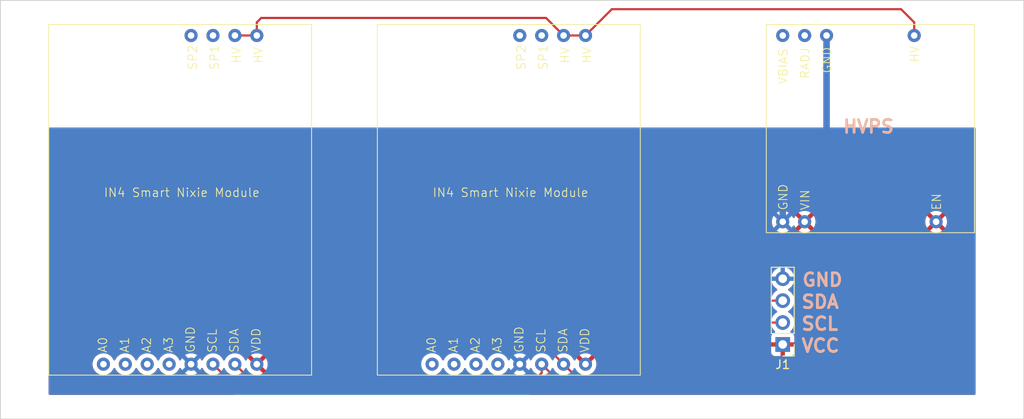
<source format=kicad_pcb>
(kicad_pcb (version 20221018) (generator pcbnew)
  (layers (0 "F.Cu" signal) (31 "B.Cu" signal) (34 "B.Paste" user) (35 "F.Paste" user) (36 "B.SilkS" user "B.Silkscreen") (37 "F.SilkS" user "F.Silkscreen") (38 "B.Mask" user) (39 "F.Mask" user) (44 "Edge.Cuts" user))
  (net 0 "")
  (net 5 "GND")
  (net 6 "/SCL")
  (net 7 "/SDA")
  (net 8 "VCC")
  (net 9 "/HV")
  (footprint "MountingHole:MountingHole_2.2mm_M2" (layer "F.Cu") (at 208.026 49.53)
    (fp_text reference "REF**" hide)
    (fp_text value "MountingHole_2.2mm_M2" hide)
    (pad "" np_thru_hole circle (at 0 0) (size 2.2 2.2) (drill 2.2) (layers "*.Cu" "*.Mask"))
  )
  (footprint "Smart Nixie Tube:1356ST" (layer "F.Cu") (at 113.03 69.85)
    (fp_text reference "ASSY1" hide)
    (fp_text value "~" hide)
    (fp_text user "A0" (at -8.382 17.78 90 unlocked) (layer "F.SilkS") (effects (font (thickness 0.1)) (justify left bottom)))
    (fp_text user "A2" (at -3.302 17.78 90 unlocked) (layer "F.SilkS") (effects (font (thickness 0.1)) (justify left bottom)))
    (fp_text user "GND" (at 1.778 17.78 90 unlocked) (layer "F.SilkS") (effects (font (thickness 0.1)) (justify left bottom)))
    (fp_text user "SCL" (at 4.318 17.78 90 unlocked) (layer "F.SilkS") (effects (font (thickness 0.1)) (justify left bottom)))
    (fp_text user "VDD" (at 9.398 17.78 90 unlocked) (layer "F.SilkS") (effects (font (thickness 0.1)) (justify left bottom)))
    (fp_text user "A3" (at -0.762 17.78 90 unlocked) (layer "F.SilkS") (effects (font (thickness 0.1)) (justify left bottom)))
    (fp_text user "A1" (at -5.842 17.78 90 unlocked) (layer "F.SilkS") (effects (font (thickness 0.1)) (justify left bottom)))
    (fp_text user "SP1" (at 4.572 -14.986 90 unlocked) (layer "F.SilkS") (effects (font (thickness 0.1)) (justify left bottom)))
    (fp_text user "HV" (at 7.112 -15.748 90 unlocked) (layer "F.SilkS") (effects (font (thickness 0.1)) (justify left bottom)))
    (fp_text user "SDA" (at 6.858 17.78 90 unlocked) (layer "F.SilkS") (effects (font (thickness 0.1)) (justify left bottom)))
    (fp_text user "HV" (at 9.652 -15.748 90 unlocked) (layer "F.SilkS") (effects (font (thickness 0.1)) (justify left bottom)))
    (fp_text user "IN4 Smart Nixie Module" (at -8.89 -0.254 unlocked) (layer "F.SilkS") (effects (font (thickness 0.1)) (justify left bottom)))
    (fp_text user "SP2" (at 2.032 -14.986 90 unlocked) (layer "F.SilkS") (effects (font (thickness 0.1)) (justify left bottom)))
    (fp_line (start -15.24 -20.32) (end 15.24 -20.32) (stroke (width 0.1)) (layer "F.SilkS"))
    (fp_line (start -15.24 20.32) (end -15.24 -20.32) (stroke (width 0.1)) (layer "F.SilkS"))
    (fp_line (start -8.89 20.32) (end -15.24 20.32) (stroke (width 0.1)) (layer "F.SilkS"))
    (fp_line (start -8.89 20.32) (end 8.89 20.32) (stroke (width 0.1)) (layer "F.SilkS"))
    (fp_line (start 8.89 20.32) (end 15.24 20.32) (stroke (width 0.1)) (layer "F.SilkS"))
    (fp_line (start 15.24 -20.32) (end 15.24 20.32) (stroke (width 0.1)) (layer "F.SilkS"))
    (pad "1" thru_hole circle (at -8.89 19.05) (size 1.524 1.524) (drill 0.762) (layers "*.Cu" "*.Mask"))
    (pad "2" thru_hole circle (at -6.35 19.05) (size 1.524 1.524) (drill 0.762) (layers "*.Cu" "*.Mask"))
    (pad "3" thru_hole circle (at -3.81 19.05) (size 1.524 1.524) (drill 0.762) (layers "*.Cu" "*.Mask"))
    (pad "4" thru_hole circle (at -1.27 19.05) (size 1.524 1.524) (drill 0.762) (layers "*.Cu" "*.Mask"))
    (pad "5" thru_hole circle (at 1.27 19.05) (size 1.524 1.524) (drill 0.762) (layers "*.Cu" "*.Mask") (net 5 "GND"))
    (pad "6" thru_hole circle (at 3.81 19.05) (size 1.524 1.524) (drill 0.762) (layers "*.Cu" "*.Mask") (net 6 "/SCL"))
    (pad "7" thru_hole circle (at 6.35 19.05) (size 1.524 1.524) (drill 0.762) (layers "*.Cu" "*.Mask") (net 7 "/SDA"))
    (pad "8" thru_hole circle (at 8.89 19.05) (size 1.524 1.524) (drill 0.762) (layers "*.Cu" "*.Mask") (net 8 "VCC"))
    (pad "9" thru_hole circle (at 8.89 -19.05) (size 1.524 1.524) (drill 0.762) (layers "*.Cu" "*.Mask") (net 9 "/HV"))
    (pad "10" thru_hole circle (at 6.35 -19.05) (size 1.524 1.524) (drill 0.762) (layers "*.Cu" "*.Mask") (net 9 "/HV"))
    (pad "11" thru_hole circle (at 3.81 -19.05) (size 1.524 1.524) (drill 0.762) (layers "*.Cu" "*.Mask"))
    (pad "12" thru_hole circle (at 1.27 -19.05) (size 1.524 1.524) (drill 0.762) (layers "*.Cu" "*.Mask"))
  )
  (footprint "Connector_PinHeader_2.54mm:PinHeader_1x04_P2.54mm_Vertical" (layer "F.Cu") (at 182.88 86.614 180)
    (fp_text reference "J1" (at 0 -2.33) (layer "F.SilkS"))
    (fp_text value "Conn_01x04" hide)
    (fp_line (start -1.33 -1.33) (end 0 -1.33) (stroke (width 0.12)) (layer "F.SilkS"))
    (fp_line (start -1.33 0) (end -1.33 -1.33) (stroke (width 0.12)) (layer "F.SilkS"))
    (fp_line (start -1.33 1.27) (end -1.33 8.95) (stroke (width 0.12)) (layer "F.SilkS"))
    (fp_line (start -1.33 1.27) (end 1.33 1.27) (stroke (width 0.12)) (layer "F.SilkS"))
    (fp_line (start -1.33 8.95) (end 1.33 8.95) (stroke (width 0.12)) (layer "F.SilkS"))
    (fp_line (start 1.33 1.27) (end 1.33 8.95) (stroke (width 0.12)) (layer "F.SilkS"))
    (pad "1" thru_hole rect (at 0 0 180) (size 1.7 1.7) (drill 1) (layers "*.Cu" "*.Mask") (net 8 "VCC"))
    (pad "2" thru_hole oval (at 0 2.54 180) (size 1.7 1.7) (drill 1) (layers "*.Cu" "*.Mask") (net 6 "/SCL"))
    (pad "3" thru_hole oval (at 0 5.08 180) (size 1.7 1.7) (drill 1) (layers "*.Cu" "*.Mask") (net 7 "/SDA"))
    (pad "4" thru_hole oval (at 0 7.62 180) (size 1.7 1.7) (drill 1) (layers "*.Cu" "*.Mask") (net 5 "GND"))
  )
  (footprint "Smart Nixie Tube:1364 - HVPS" (layer "F.Cu") (at 192.405 62.23)
    (fp_text reference "ASSY3" hide)
    (fp_text value "~" hide)
    (fp_text user "EN" (at 8.89 8.89 90 unlocked) (layer "F.SilkS") (effects (font (thickness 0.1)) (justify left bottom)))
    (fp_text user "VBIAS" (at -8.89 -5.715 90 unlocked) (layer "F.SilkS") (effects (font (thickness 0.1)) (justify left bottom)))
    (fp_text user "GND" (at -8.89 8.89 90 unlocked) (layer "F.SilkS") (effects (font (thickness 0.1)) (justify left bottom)))
    (fp_text user "RADJ" (at -6.35 -6.35 90 unlocked) (layer "F.SilkS") (effects (font (thickness 0.1)) (justify left bottom)))
    (fp_text user "HV" (at 6.35 -8.255 90 unlocked) (layer "F.SilkS") (effects (font (thickness 0.1)) (justify left bottom)))
    (fp_text user "GND" (at -3.81 -6.985 90 unlocked) (layer "F.SilkS") (effects (font (thickness 0.1)) (justify left bottom)))
    (fp_text user "VIN" (at -6.35 8.89 90 unlocked) (layer "F.SilkS") (effects (font (thickness 0.1)) (justify left bottom)))
    (fp_rect (start -11.43 -12.7) (end 12.7 11.43) (stroke (width 0.1)) (fill none) (layer "F.SilkS"))
    (pad "1" thru_hole circle (at 5.715 -11.43) (size 1.524 1.524) (drill 0.762) (layers "*.Cu" "*.Mask") (net 9 "/HV"))
    (pad "2" thru_hole circle (at -6.985 -11.43) (size 1.524 1.524) (drill 0.762) (layers "*.Cu" "*.Mask"))
    (pad "3" thru_hole circle (at -4.445 -11.43) (size 1.524 1.524) (drill 0.762) (layers "*.Cu" "*.Mask") (net 5 "GND"))
    (pad "4" thru_hole circle (at -6.985 10.16) (size 1.524 1.524) (drill 0.762) (layers "*.Cu" "*.Mask") (net 8 "VCC"))
    (pad "5" thru_hole circle (at -9.525 10.16) (size 1.524 1.524) (drill 0.762) (layers "*.Cu" "*.Mask") (net 5 "GND"))
    (pad "6" thru_hole circle (at -9.525 -11.43) (size 1.524 1.524) (drill 0.762) (layers "*.Cu" "*.Mask"))
    (pad "7" thru_hole circle (at 8.255 10.16) (size 1.524 1.524) (drill 0.762) (layers "*.Cu" "*.Mask") (net 8 "VCC"))
  )
  (footprint "MountingHole:MountingHole_2.2mm_M2" (layer "F.Cu") (at 94.996 92.456)
    (fp_text reference "REF**" hide)
    (fp_text value "MountingHole_2.2mm_M2" hide)
    (pad "" np_thru_hole circle (at 0 0) (size 2.2 2.2) (drill 2.2) (layers "*.Cu" "*.Mask"))
  )
  (footprint "MountingHole:MountingHole_2.2mm_M2" (layer "F.Cu") (at 94.996 49.53)
    (fp_text reference "REF**" hide)
    (fp_text value "MountingHole_2.2mm_M2" hide)
    (pad "" np_thru_hole circle (at 0 0) (size 2.2 2.2) (drill 2.2) (layers "*.Cu" "*.Mask"))
  )
  (footprint "Smart Nixie Tube:1356ST" (layer "F.Cu") (at 151.13 69.85)
    (fp_text reference "ASSY2" hide)
    (fp_text value "~" hide)
    (fp_text user "A0" (at -8.382 17.78 90 unlocked) (layer "F.SilkS") (effects (font (thickness 0.1)) (justify left bottom)))
    (fp_text user "SCL" (at 4.318 17.78 90 unlocked) (layer "F.SilkS") (effects (font (thickness 0.1)) (justify left bottom)))
    (fp_text user "A2" (at -3.302 17.78 90 unlocked) (layer "F.SilkS") (effects (font (thickness 0.1)) (justify left bottom)))
    (fp_text user "HV" (at 7.112 -15.748 90 unlocked) (layer "F.SilkS") (effects (font (thickness 0.1)) (justify left bottom)))
    (fp_text user "SP1" (at 4.572 -14.986 90 unlocked) (layer "F.SilkS") (effects (font (thickness 0.1)) (justify left bottom)))
    (fp_text user "GND" (at 1.778 17.78 90 unlocked) (layer "F.SilkS") (effects (font (thickness 0.1)) (justify left bottom)))
    (fp_text user "SP2" (at 2.032 -14.986 90 unlocked) (layer "F.SilkS") (effects (font (thickness 0.1)) (justify left bottom)))
    (fp_text user "A3" (at -0.762 17.78 90 unlocked) (layer "F.SilkS") (effects (font (thickness 0.1)) (justify left bottom)))
    (fp_text user "SDA" (at 6.858 17.78 90 unlocked) (layer "F.SilkS") (effects (font (thickness 0.1)) (justify left bottom)))
    (fp_text user "A1" (at -5.842 17.78 90 unlocked) (layer "F.SilkS") (effects (font (thickness 0.1)) (justify left bottom)))
    (fp_text user "HV" (at 9.652 -15.748 90 unlocked) (layer "F.SilkS") (effects (font (thickness 0.1)) (justify left bottom)))
    (fp_text user "IN4 Smart Nixie Module" (at -8.89 -0.254 unlocked) (layer "F.SilkS") (effects (font (thickness 0.1)) (justify left bottom)))
    (fp_text user "VDD" (at 9.398 17.78 90 unlocked) (layer "F.SilkS") (effects (font (thickness 0.1)) (justify left bottom)))
    (fp_line (start -15.24 -20.32) (end 15.24 -20.32) (stroke (width 0.1)) (layer "F.SilkS"))
    (fp_line (start -15.24 20.32) (end -15.24 -20.32) (stroke (width 0.1)) (layer "F.SilkS"))
    (fp_line (start -8.89 20.32) (end -15.24 20.32) (stroke (width 0.1)) (layer "F.SilkS"))
    (fp_line (start -8.89 20.32) (end 8.89 20.32) (stroke (width 0.1)) (layer "F.SilkS"))
    (fp_line (start 8.89 20.32) (end 15.24 20.32) (stroke (width 0.1)) (layer "F.SilkS"))
    (fp_line (start 15.24 -20.32) (end 15.24 20.32) (stroke (width 0.1)) (layer "F.SilkS"))
    (pad "1" thru_hole circle (at -8.89 19.05) (size 1.524 1.524) (drill 0.762) (layers "*.Cu" "*.Mask"))
    (pad "2" thru_hole circle (at -6.35 19.05) (size 1.524 1.524) (drill 0.762) (layers "*.Cu" "*.Mask"))
    (pad "3" thru_hole circle (at -3.81 19.05) (size 1.524 1.524) (drill 0.762) (layers "*.Cu" "*.Mask"))
    (pad "4" thru_hole circle (at -1.27 19.05) (size 1.524 1.524) (drill 0.762) (layers "*.Cu" "*.Mask"))
    (pad "5" thru_hole circle (at 1.27 19.05) (size 1.524 1.524) (drill 0.762) (layers "*.Cu" "*.Mask") (net 5 "GND"))
    (pad "6" thru_hole circle (at 3.81 19.05) (size 1.524 1.524) (drill 0.762) (layers "*.Cu" "*.Mask") (net 6 "/SCL"))
    (pad "7" thru_hole circle (at 6.35 19.05) (size 1.524 1.524) (drill 0.762) (layers "*.Cu" "*.Mask") (net 7 "/SDA"))
    (pad "8" thru_hole circle (at 8.89 19.05) (size 1.524 1.524) (drill 0.762) (layers "*.Cu" "*.Mask") (net 8 "VCC"))
    (pad "9" thru_hole circle (at 8.89 -19.05) (size 1.524 1.524) (drill 0.762) (layers "*.Cu" "*.Mask") (net 9 "/HV"))
    (pad "10" thru_hole circle (at 6.35 -19.05) (size 1.524 1.524) (drill 0.762) (layers "*.Cu" "*.Mask") (net 9 "/HV"))
    (pad "11" thru_hole circle (at 3.81 -19.05) (size 1.524 1.524) (drill 0.762) (layers "*.Cu" "*.Mask"))
    (pad "12" thru_hole circle (at 1.27 -19.05) (size 1.524 1.524) (drill 0.762) (layers "*.Cu" "*.Mask"))
  )
  (footprint "MountingHole:MountingHole_2.2mm_M2" (layer "F.Cu") (at 208.026 92.456)
    (fp_text reference "REF**" hide)
    (fp_text value "MountingHole_2.2mm_M2" hide)
    (pad "" np_thru_hole circle (at 0 0) (size 2.2 2.2) (drill 2.2) (layers "*.Cu" "*.Mask"))
  )
  (gr_rect (start 92.202 46.736) (end 210.82 95.25) (stroke (width 0.1)) (fill none) (layer "Edge.Cuts"))
  (gr_text "GND" (at 185 80) (layer "B.SilkS") (effects (font (size 1.5 1.5) (thickness 0.3) bold) (justify left bottom)))
  (gr_text "VCC" (at 184.912 87.63) (layer "B.SilkS") (effects (font (size 1.5 1.5) (thickness 0.3) bold) (justify left bottom)))
  (gr_text "SCL" (at 184.912 85.09) (layer "B.SilkS") (effects (font (size 1.5 1.5) (thickness 0.3) bold) (justify left bottom)))
  (gr_text "SDA" (at 184.912 82.55) (layer "B.SilkS") (effects (font (size 1.5 1.5) (thickness 0.3) bold) (justify left bottom)))
  (gr_text "HVPS" (at 189.738 62.23) (layer "B.SilkS") (effects (font (size 1.5 1.5) (thickness 0.3) bold) (justify left bottom)))
  (gr_text "SCL" (at 184.912 85.09) (layer "F.SilkS") (effects (font (size 1.5 1.5) (thickness 0.3) bold) (justify left bottom)))
  (gr_text "SDA" (at 184.912 82.55) (layer "F.SilkS") (effects (font (size 1.5 1.5) (thickness 0.3) bold) (justify left bottom)))
  (gr_text "GND" (at 185 80) (layer "F.SilkS") (effects (font (size 1.5 1.5) (thickness 0.3) bold) (justify left bottom)))
  (gr_text "VCC" (at 184.912 87.63) (layer "F.SilkS") (effects (font (size 1.5 1.5) (thickness 0.3) bold) (justify left bottom)))
  (gr_text "HVPS" (at 189.738 62.23) (layer "F.SilkS") (effects (font (size 1.5 1.5) (thickness 0.3) bold) (justify left bottom)))
  (segment (start 182.88 67.31) (end 182.88 72.39) (width 0.762) (layer "B.Cu") (net 5))
  (segment (start 187.96 62.23) (end 182.88 67.31) (width 0.762) (layer "B.Cu") (net 5))
  (segment (start 187.96 50.8) (end 187.96 62.23) (width 0.762) (layer "B.Cu") (net 5))
  (segment (start 182.88 84.074) (end 177.8 84.074) (width 0.25) (layer "F.Cu") (net 6))
  (segment (start 116.84 88.9) (end 119.634 91.694) (width 0.25) (layer "F.Cu") (net 6))
  (segment (start 170.434 91.44) (end 157.48 91.44) (width 0.25) (layer "F.Cu") (net 6))
  (segment (start 119.634 91.694) (end 153.162 91.694) (width 0.25) (layer "F.Cu") (net 6))
  (segment (start 157.48 91.44) (end 154.94 88.9) (width 0.25) (layer "F.Cu") (net 6))
  (segment (start 154.94 88.9) (end 154.94 89.916) (width 0.25) (layer "F.Cu") (net 6))
  (segment (start 177.8 84.074) (end 170.434 91.44) (width 0.25) (layer "F.Cu") (net 6))
  (segment (start 153.162 91.694) (end 154.94 89.916) (width 0.25) (layer "F.Cu") (net 6))
  (segment (start 119.38 88.9) (end 121.412 90.932) (width 0.25) (layer "F.Cu") (net 7))
  (segment (start 179.07 81.534) (end 182.88 81.534) (width 0.25) (layer "F.Cu") (net 7))
  (segment (start 157.48 88.9) (end 159.004 90.424) (width 0.25) (layer "F.Cu") (net 7))
  (segment (start 138.176 90.932) (end 141.986 87.122) (width 0.25) (layer "F.Cu") (net 7))
  (segment (start 155.702 87.122) (end 157.48 88.9) (width 0.25) (layer "F.Cu") (net 7))
  (segment (start 121.412 90.932) (end 138.176 90.932) (width 0.25) (layer "F.Cu") (net 7))
  (segment (start 141.986 87.122) (end 155.702 87.122) (width 0.25) (layer "F.Cu") (net 7))
  (segment (start 170.18 90.424) (end 179.07 81.534) (width 0.25) (layer "F.Cu") (net 7))
  (segment (start 159.004 90.424) (end 170.18 90.424) (width 0.25) (layer "F.Cu") (net 7))
  (segment (start 121.92 50.8) (end 121.92 49.276) (width 0.25) (layer "F.Cu") (net 9))
  (segment (start 160.02 50.8) (end 157.48 50.8) (width 0.25) (layer "F.Cu") (net 9))
  (segment (start 155.448 48.768) (end 157.48 50.8) (width 0.25) (layer "F.Cu") (net 9))
  (segment (start 122.428 48.768) (end 155.448 48.768) (width 0.25) (layer "F.Cu") (net 9))
  (segment (start 196.596 47.752) (end 163.068 47.752) (width 0.25) (layer "F.Cu") (net 9))
  (segment (start 119.38 50.8) (end 121.92 50.8) (width 0.25) (layer "F.Cu") (net 9))
  (segment (start 121.92 49.276) (end 122.428 48.768) (width 0.25) (layer "F.Cu") (net 9))
  (segment (start 163.068 47.752) (end 160.02 50.8) (width 0.25) (layer "F.Cu") (net 9))
  (segment (start 198.12 49.276) (end 196.596 47.752) (width 0.25) (layer "F.Cu") (net 9))
  (segment (start 198.12 50.8) (end 198.12 49.276) (width 0.25) (layer "F.Cu") (net 9))
  (zone (net 8) (net_name "VCC") (layer "F.Cu") (connect_pads (clearance 0.5)) (min_thickness 0.25) (fill yes (thermal_gap 0.5) (thermal_bridge_width 0.5))
    (polygon (pts (xy 97.79 61.468) (xy 205.232 61.468) (xy 205.232 92.456) (xy 97.79 92.456)))
  )
  (zone (net 5) (net_name "GND") (layer "B.Cu") (connect_pads (clearance 0.5)) (min_thickness 0.25) (fill yes (thermal_gap 0.5) (thermal_bridge_width 0.5))
    (polygon (pts (xy 97.79 61.468) (xy 205.232 61.468) (xy 205.232 92.456) (xy 97.79 92.456)))
  )
)
</source>
